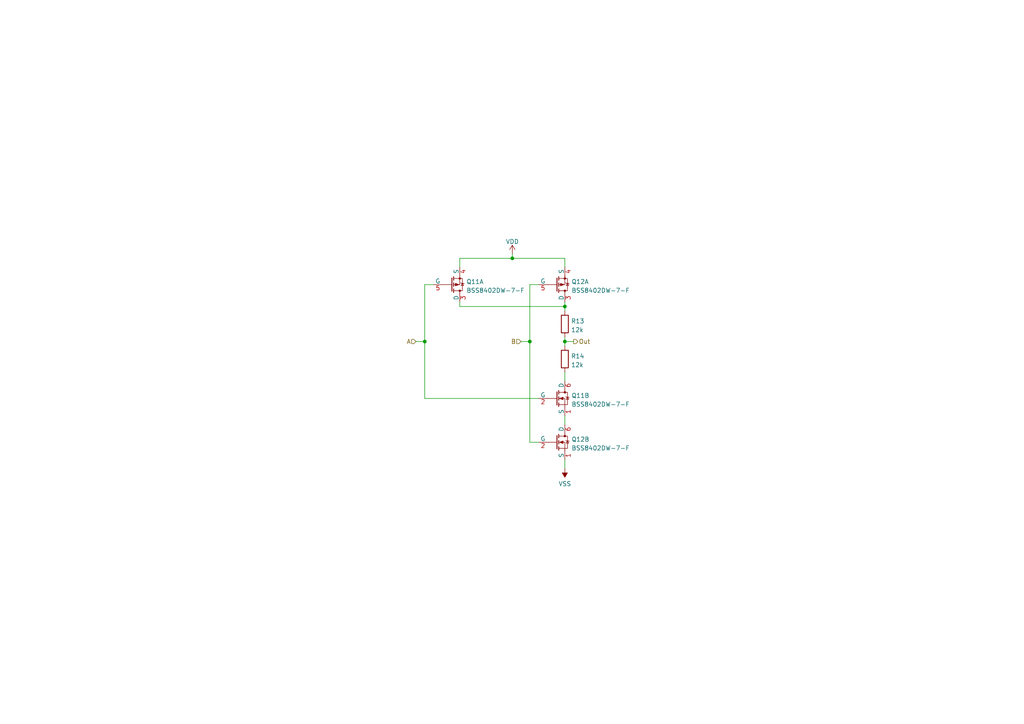
<source format=kicad_sch>
(kicad_sch (version 20250114) (generator "eeschema") (generator_version "9.0")
  (paper "A4")
  (title_block (title "Balanced Ternary Antimin Gate") (date "2022-08-05") (rev "0"))
  (lib_symbols
    (symbol "Device:R" (pin_numbers (hide yes)) (pin_names (offset 0))
      (property "Reference" "R" (at 2.032 0 90))
      (property "Value" "R" (at 0 0 90))
      (symbol "R_0_1"
        (rectangle (start -1.016 -2.54) (end 1.016 2.54) (stroke (width 0.254)))
      )
      (symbol "R_1_1"
        (pin passive line (at 0 3.81 270) (length 1.27) (name "~") (number "1"))
        (pin passive line (at 0 -3.81 90) (length 1.27) (name "~") (number "2"))
      )
    )
    (symbol "Tritium:BSS8402DW-7-F" (pin_names (offset 0))
      (property "Reference" "Q" (at 2.54 1.27 0))
      (property "Value" "BSS8402DW-7-F" (at 2.54 -1.27 0))
      (symbol "BSS8402DW-7-F_0_1"
        (polyline (pts (xy -2.286 0) (xy -5.08 0)))
        (polyline (pts (xy -2.286 -1.905) (xy -2.286 1.905)) (stroke (width 0.254)))
        (polyline (pts (xy -1.778 1.27) (xy -1.778 2.286)) (stroke (width 0.254)))
        (polyline (pts (xy -1.778 -0.508) (xy -1.778 0.508)) (stroke (width 0.254)))
        (polyline (pts (xy -1.778 -1.778) (xy 0.762 -1.778) (xy 0.762 1.778) (xy -1.778 1.778)))
        (polyline (pts (xy -1.778 -2.286) (xy -1.778 -1.27)) (stroke (width 0.254)))
        (polyline (pts (xy 0 2.54) (xy 0 1.778)))
        (circle (center 0 1.778) (radius 0.254) (fill (type outline)))
        (polyline (pts (xy 0.254 0.508) (xy 0.381 0.381) (xy 1.143 0.381) (xy 1.27 0.254)))
        (polyline (pts (xy 0.762 0.381) (xy 0.381 -0.254) (xy 1.143 -0.254) (xy 0.762 0.381)))
      )
      (symbol "BSS8402DW-7-F_1_1"
        (polyline (pts (xy -0.254 0) (xy -1.27 -0.381) (xy -1.27 0.381) (xy -0.254 0)) (fill (type outline)))
        (polyline (pts (xy 0 2.54) (xy 0 0) (xy -1.778 0)))
        (circle (center 0 -1.778) (radius 0.254) (fill (type outline)))
        (polyline (pts (xy 0 -2.54) (xy 0 -1.778)))
        (pin input line (at -7.62 0 0) (length 2.54) (name "G") (number "5"))
        (pin passive line (at 0 5.08 270) (length 2.54) (name "S") (number "4"))
        (pin passive line (at 0 -5.08 90) (length 2.54) (name "D") (number "3"))
      )
      (symbol "BSS8402DW-7-F_2_1"
        (polyline (pts (xy -1.524 0) (xy -0.508 0.381) (xy -0.508 -0.381) (xy -1.524 0)) (fill (type outline)))
        (polyline (pts (xy 0 -2.54) (xy 0 0) (xy -1.778 0)))
        (pin input line (at -7.62 0 0) (length 2.54) (name "G") (number "2"))
        (pin passive line (at 0 5.08 270) (length 2.54) (name "D") (number "6"))
        (pin passive line (at 0 -5.08 90) (length 2.54) (name "S") (number "1"))
      )
    )
    (symbol "power:VDD" (power) (pin_names (offset 0))
      (property "Value" "VDD" (at 0 3.81 0))
      (symbol "VDD_0_1"
        (polyline (pts (xy -0.762 1.27) (xy 0 2.54)))
        (polyline (pts (xy 0 2.54) (xy 0.762 1.27)))
        (polyline (pts (xy 0 0) (xy 0 2.54)))
      )
      (symbol "VDD_1_1"
        (pin power_in line (at 0 0 90) (length 0) (hide yes) (name "VDD") (number "1"))
      )
    )
    (symbol "power:VSS" (power) (pin_names (offset 0))
      (property "Value" "VSS" (at 0 3.81 0))
      (symbol "VSS_0_1"
        (polyline (pts (xy 0 0) (xy 0 2.54)))
        (polyline (pts (xy 0.762 1.27) (xy -0.762 1.27) (xy 0 2.54) (xy 0.762 1.27)) (fill (type outline)))
      )
      (symbol "VSS_1_1"
        (pin power_in line (at 0 0 90) (length 0) (hide yes) (name "VSS") (number "1"))
      )
    )
  )
  (junction (at 163.83 88.9))
  (junction (at 153.67 99.06))
  (junction (at 123.19 99.06))
  (junction (at 163.83 99.06))
  (junction (at 148.59 74.93))
  (wire (pts (xy 123.19 99.06) (xy 123.19 115.57)))
  (wire (pts (xy 133.35 87.63) (xy 133.35 88.9)))
  (wire (pts (xy 163.83 120.65) (xy 163.83 123.19)))
  (wire (pts (xy 123.19 82.55) (xy 123.19 99.06)))
  (wire (pts (xy 123.19 115.57) (xy 156.21 115.57)))
  (wire (pts (xy 163.83 97.79) (xy 163.83 99.06)))
  (wire (pts (xy 153.67 99.06) (xy 153.67 128.27)))
  (wire (pts (xy 163.83 99.06) (xy 166.37 99.06)))
  (wire (pts (xy 163.83 107.95) (xy 163.83 110.49)))
  (wire (pts (xy 120.65 99.06) (xy 123.19 99.06)))
  (wire (pts (xy 133.35 77.47) (xy 133.35 74.93)))
  (wire (pts (xy 148.59 74.93) (xy 163.83 74.93)))
  (wire (pts (xy 163.83 87.63) (xy 163.83 88.9)))
  (wire (pts (xy 163.83 133.35) (xy 163.83 135.89)))
  (wire (pts (xy 163.83 74.93) (xy 163.83 77.47)))
  (wire (pts (xy 148.59 73.66) (xy 148.59 74.93)))
  (wire (pts (xy 163.83 99.06) (xy 163.83 100.33)))
  (wire (pts (xy 153.67 128.27) (xy 156.21 128.27)))
  (wire (pts (xy 156.21 82.55) (xy 153.67 82.55)))
  (wire (pts (xy 163.83 88.9) (xy 163.83 90.17)))
  (wire (pts (xy 151.13 99.06) (xy 153.67 99.06)))
  (wire (pts (xy 133.35 88.9) (xy 163.83 88.9)))
  (wire (pts (xy 133.35 74.93) (xy 148.59 74.93)))
  (wire (pts (xy 153.67 82.55) (xy 153.67 99.06)))
  (wire (pts (xy 125.73 82.55) (xy 123.19 82.55)))
  (hierarchical_label "Out" (shape output) (at 166.37 99.06 0))
  (hierarchical_label "A" (shape input) (at 120.65 99.06 180))
  (hierarchical_label "B" (shape input) (at 151.13 99.06 180))
  (symbol (lib_id "Device:R") (at 163.83 93.98 0) (unit 1)
    (property "Reference" "R15" (at 165.608 93.1453 0) (effects (justify left)))
    (property "Value" "12k" (at 165.608 95.6822 0) (effects (justify left)))
    (property "Footprint" "Resistor_SMD:R_0603_1608Metric_Pad0.98x0.95mm_HandSolder" (effects (hide yes)))
    (instances (project "" (path "" (reference "R13") (unit 1)) (path "" (reference "R15") (unit 1)) (path "" (reference "R17") (unit 1)) (path "" (reference "R11") (unit 1)) (path "" (reference "R5") (unit 1)) (path "" (reference "R7") (unit 1)) (path "" (reference "R19") (unit 1)) (path "" (reference "R3") (unit 1))))
  )
  (symbol (lib_id "Tritium:BSS8402DW-7-F") (at 163.83 115.57 0) (unit 2)
    (property "Reference" "Q13" (at 165.735 114.7353 0) (effects (justify left)))
    (property "Value" "BSS8402DW-7-F" (at 165.735 117.2722 0) (effects (justify left)))
    (property "Footprint" "Package_TO_SOT_SMD:SOT-363_SC-70-6_Handsoldering" (effects (hide yes)))
    (property "Datasheet" "https://www.diodes.com/assets/Datasheets/ds30380.pdf" (effects (hide yes)))
    (property "Sim.Device" "SPICE" (effects (hide yes)))
    (property "Sim.Params" "type=\"X\" model=\"BSS8402DW\" lib=\"/lab/dev/tritium/library/TritiumSpice.lib\"" (effects (hide yes)))
    (property "Sim.Pins" "1=1 2=2 6=3" (effects (hide yes)))
    (instances (project "" (path "" (reference "Q11") (unit 2)) (path "" (reference "Q13") (unit 2)) (path "" (reference "Q15") (unit 2)) (path "" (reference "Q9") (unit 2)) (path "" (reference "Q4") (unit 2)) (path "" (reference "Q6") (unit 2)) (path "" (reference "Q17") (unit 2)) (path "" (reference "Q2") (unit 2))))
  )
  (symbol (lib_id "Tritium:BSS8402DW-7-F") (at 163.83 82.55 0) (unit 1)
    (property "Reference" "Q14" (at 165.735 81.7153 0) (effects (justify left)))
    (property "Value" "BSS8402DW-7-F" (at 165.735 84.2522 0) (effects (justify left)))
    (property "Footprint" "Package_TO_SOT_SMD:SOT-363_SC-70-6_Handsoldering" (effects (hide yes)))
    (property "Datasheet" "https://www.diodes.com/assets/Datasheets/ds30380.pdf" (effects (hide yes)))
    (property "Sim.Device" "SPICE" (effects (hide yes)))
    (property "Sim.Params" "type=\"X\" model=\"BSS8402DW\" lib=\"/lab/dev/tritium/library/TritiumSpice.lib\"" (effects (hide yes)))
    (property "Sim.Pins" "3=1 4=2 5=3" (effects (hide yes)))
    (instances (project "" (path "" (reference "Q12") (unit 1)) (path "" (reference "Q14") (unit 1)) (path "" (reference "Q16") (unit 1)) (path "" (reference "Q10") (unit 1)) (path "" (reference "Q5") (unit 1)) (path "" (reference "Q7") (unit 1)) (path "" (reference "Q18") (unit 1)) (path "" (reference "Q3") (unit 1))))
  )
  (symbol (lib_id "power:VDD") (at 148.59 73.66 0) (unit 1)
    (property "Reference" "#PWR015" (effects (hide yes)))
    (property "Value" "VDD" (at 148.59 70.0842 0))
    (instances (project "" (path "" (reference "#PWR013") (unit 1)) (path "" (reference "#PWR015") (unit 1)) (path "" (reference "#PWR017") (unit 1)) (path "" (reference "#PWR011") (unit 1)) (path "" (reference "#PWR05") (unit 1)) (path "" (reference "#PWR07") (unit 1)) (path "" (reference "#PWR019") (unit 1)) (path "" (reference "#PWR03") (unit 1))))
  )
  (symbol (lib_id "Tritium:BSS8402DW-7-F") (at 163.83 128.27 0) (unit 2)
    (property "Reference" "Q14" (at 165.735 127.4353 0) (effects (justify left)))
    (property "Value" "BSS8402DW-7-F" (at 165.735 129.9722 0) (effects (justify left)))
    (property "Footprint" "Package_TO_SOT_SMD:SOT-363_SC-70-6_Handsoldering" (effects (hide yes)))
    (property "Datasheet" "https://www.diodes.com/assets/Datasheets/ds30380.pdf" (effects (hide yes)))
    (property "Sim.Device" "SPICE" (effects (hide yes)))
    (property "Sim.Params" "type=\"X\" model=\"BSS8402DW\" lib=\"/lab/dev/tritium/library/TritiumSpice.lib\"" (effects (hide yes)))
    (property "Sim.Pins" "1=1 2=2 6=3" (effects (hide yes)))
    (instances (project "" (path "" (reference "Q12") (unit 2)) (path "" (reference "Q14") (unit 2)) (path "" (reference "Q16") (unit 2)) (path "" (reference "Q10") (unit 2)) (path "" (reference "Q5") (unit 2)) (path "" (reference "Q7") (unit 2)) (path "" (reference "Q18") (unit 2)) (path "" (reference "Q3") (unit 2))))
  )
  (symbol (lib_id "Device:R") (at 163.83 104.14 0) (unit 1)
    (property "Reference" "R16" (at 165.608 103.3053 0) (effects (justify left)))
    (property "Value" "12k" (at 165.608 105.8422 0) (effects (justify left)))
    (property "Footprint" "Resistor_SMD:R_0603_1608Metric_Pad0.98x0.95mm_HandSolder" (effects (hide yes)))
    (instances (project "" (path "" (reference "R14") (unit 1)) (path "" (reference "R16") (unit 1)) (path "" (reference "R18") (unit 1)) (path "" (reference "R12") (unit 1)) (path "" (reference "R6") (unit 1)) (path "" (reference "R8") (unit 1)) (path "" (reference "R20") (unit 1)) (path "" (reference "R4") (unit 1))))
  )
  (symbol (lib_id "Tritium:BSS8402DW-7-F") (at 133.35 82.55 0) (unit 1)
    (property "Reference" "Q13" (at 135.255 81.7153 0) (effects (justify left)))
    (property "Value" "BSS8402DW-7-F" (at 135.255 84.2522 0) (effects (justify left)))
    (property "Footprint" "Package_TO_SOT_SMD:SOT-363_SC-70-6_Handsoldering" (effects (hide yes)))
    (property "Datasheet" "https://www.diodes.com/assets/Datasheets/ds30380.pdf" (effects (hide yes)))
    (property "Sim.Device" "SPICE" (effects (hide yes)))
    (property "Sim.Params" "type=\"X\" model=\"BSS8402DW\" lib=\"/lab/dev/tritium/library/TritiumSpice.lib\"" (effects (hide yes)))
    (property "Sim.Pins" "3=1 4=2 5=3" (effects (hide yes)))
    (instances (project "" (path "" (reference "Q11") (unit 1)) (path "" (reference "Q13") (unit 1)) (path "" (reference "Q15") (unit 1)) (path "" (reference "Q9") (unit 1)) (path "" (reference "Q4") (unit 1)) (path "" (reference "Q6") (unit 1)) (path "" (reference "Q17") (unit 1)) (path "" (reference "Q2") (unit 1))))
  )
  (symbol (lib_id "power:VSS") (at 163.83 135.89 180) (unit 1)
    (property "Reference" "#PWR016" (effects (hide yes)))
    (property "Value" "VSS" (at 163.83 140.3334 0))
    (instances (project "" (path "" (reference "#PWR014") (unit 1)) (path "" (reference "#PWR016") (unit 1)) (path "" (reference "#PWR018") (unit 1)) (path "" (reference "#PWR012") (unit 1)) (path "" (reference "#PWR06") (unit 1)) (path "" (reference "#PWR08") (unit 1)) (path "" (reference "#PWR020") (unit 1)) (path "" (reference "#PWR04") (unit 1))))
  )
)
</source>
